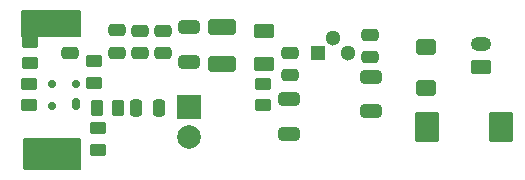
<source format=gbr>
%TF.GenerationSoftware,KiCad,Pcbnew,9.0.5*%
%TF.CreationDate,2025-10-22T19:19:07+02:00*%
%TF.ProjectId,Sonda Fetprobe,536f6e64-6120-4466-9574-70726f62652e,rev?*%
%TF.SameCoordinates,Original*%
%TF.FileFunction,Soldermask,Top*%
%TF.FilePolarity,Negative*%
%FSLAX46Y46*%
G04 Gerber Fmt 4.6, Leading zero omitted, Abs format (unit mm)*
G04 Created by KiCad (PCBNEW 9.0.5) date 2025-10-22 19:19:07*
%MOMM*%
%LPD*%
G01*
G04 APERTURE LIST*
G04 Aperture macros list*
%AMRoundRect*
0 Rectangle with rounded corners*
0 $1 Rounding radius*
0 $2 $3 $4 $5 $6 $7 $8 $9 X,Y pos of 4 corners*
0 Add a 4 corners polygon primitive as box body*
4,1,4,$2,$3,$4,$5,$6,$7,$8,$9,$2,$3,0*
0 Add four circle primitives for the rounded corners*
1,1,$1+$1,$2,$3*
1,1,$1+$1,$4,$5*
1,1,$1+$1,$6,$7*
1,1,$1+$1,$8,$9*
0 Add four rect primitives between the rounded corners*
20,1,$1+$1,$2,$3,$4,$5,0*
20,1,$1+$1,$4,$5,$6,$7,0*
20,1,$1+$1,$6,$7,$8,$9,0*
20,1,$1+$1,$8,$9,$2,$3,0*%
G04 Aperture macros list end*
%ADD10RoundRect,0.250000X-0.450000X0.262500X-0.450000X-0.262500X0.450000X-0.262500X0.450000X0.262500X0*%
%ADD11RoundRect,0.250000X0.475000X-0.250000X0.475000X0.250000X-0.475000X0.250000X-0.475000X-0.250000X0*%
%ADD12RoundRect,0.250000X0.925000X-0.412500X0.925000X0.412500X-0.925000X0.412500X-0.925000X-0.412500X0*%
%ADD13RoundRect,0.250000X-0.650000X0.325000X-0.650000X-0.325000X0.650000X-0.325000X0.650000X0.325000X0*%
%ADD14R,1.300000X1.300000*%
%ADD15C,1.300000*%
%ADD16RoundRect,0.250000X-0.625000X0.375000X-0.625000X-0.375000X0.625000X-0.375000X0.625000X0.375000X0*%
%ADD17RoundRect,0.250000X0.450000X-0.262500X0.450000X0.262500X-0.450000X0.262500X-0.450000X-0.262500X0*%
%ADD18RoundRect,0.250000X0.625000X-0.350000X0.625000X0.350000X-0.625000X0.350000X-0.625000X-0.350000X0*%
%ADD19O,1.750000X1.200000*%
%ADD20RoundRect,0.175000X0.175000X0.325000X-0.175000X0.325000X-0.175000X-0.325000X0.175000X-0.325000X0*%
%ADD21RoundRect,0.150000X0.200000X0.150000X-0.200000X0.150000X-0.200000X-0.150000X0.200000X-0.150000X0*%
%ADD22RoundRect,0.250000X-0.262500X-0.450000X0.262500X-0.450000X0.262500X0.450000X-0.262500X0.450000X0*%
%ADD23R,2.000000X2.000000*%
%ADD24C,2.000000*%
%ADD25RoundRect,0.250000X0.600000X-0.400000X0.600000X0.400000X-0.600000X0.400000X-0.600000X-0.400000X0*%
%ADD26RoundRect,0.250000X-0.787500X-1.025000X0.787500X-1.025000X0.787500X1.025000X-0.787500X1.025000X0*%
%ADD27RoundRect,0.250000X-0.250000X-0.475000X0.250000X-0.475000X0.250000X0.475000X-0.250000X0.475000X0*%
%ADD28RoundRect,0.250000X0.650000X-0.325000X0.650000X0.325000X-0.650000X0.325000X-0.650000X-0.325000X0*%
G04 APERTURE END LIST*
D10*
%TO.C,R2*%
X128700000Y-86887500D03*
X128700000Y-88712500D03*
%TD*%
D11*
%TO.C,C13*%
X138120000Y-84270000D03*
X138120000Y-82370000D03*
%TD*%
D12*
%TO.C,C15*%
X145030000Y-85167500D03*
X145030000Y-82092500D03*
%TD*%
D13*
%TO.C,C10*%
X157630000Y-86275000D03*
X157630000Y-89225000D03*
%TD*%
D14*
%TO.C,U1*%
X153200000Y-84290000D03*
D15*
X154470000Y-83020000D03*
X155740000Y-84290000D03*
%TD*%
D11*
%TO.C,C5*%
X140080000Y-84270000D03*
X140080000Y-82370000D03*
%TD*%
%TO.C,C6*%
X136150000Y-84260000D03*
X136150000Y-82360000D03*
%TD*%
%TO.C,C9*%
X157600000Y-84650000D03*
X157600000Y-82750000D03*
%TD*%
D16*
%TO.C,D1*%
X148600000Y-82400000D03*
X148600000Y-85200000D03*
%TD*%
D17*
%TO.C,R5*%
X148500000Y-88712500D03*
X148500000Y-86887500D03*
%TD*%
D11*
%TO.C,C2*%
X132200000Y-84250000D03*
X132200000Y-82350000D03*
%TD*%
D18*
%TO.C,J2*%
X166950000Y-85500000D03*
D19*
X166950000Y-83500000D03*
%TD*%
D10*
%TO.C,R1*%
X128740000Y-83317500D03*
X128740000Y-85142500D03*
%TD*%
%TO.C,R3*%
X134220000Y-84947500D03*
X134220000Y-86772500D03*
%TD*%
D20*
%TO.C,Q1*%
X132651250Y-88600000D03*
D21*
X132651250Y-86900000D03*
X130651250Y-86900000D03*
X130651250Y-88800000D03*
%TD*%
D11*
%TO.C,C12*%
X150800000Y-86150000D03*
X150800000Y-84250000D03*
%TD*%
D22*
%TO.C,R6*%
X134427500Y-88900000D03*
X136252500Y-88900000D03*
%TD*%
D23*
%TO.C,J1*%
X142280000Y-88850000D03*
D24*
X142280000Y-91390000D03*
%TD*%
D25*
%TO.C,D2*%
X162300000Y-87250000D03*
X162300000Y-83750000D03*
%TD*%
D26*
%TO.C,C14*%
X162407500Y-90550000D03*
X168632500Y-90550000D03*
%TD*%
D27*
%TO.C,C8*%
X137780000Y-88920000D03*
X139680000Y-88920000D03*
%TD*%
D28*
%TO.C,C11*%
X142210000Y-85045000D03*
X142210000Y-82095000D03*
%TD*%
D13*
%TO.C,C7*%
X150700000Y-88165000D03*
X150700000Y-91115000D03*
%TD*%
D10*
%TO.C,R4*%
X134530000Y-90627500D03*
X134530000Y-92452500D03*
%TD*%
G36*
X133043039Y-80669685D02*
G01*
X133088794Y-80722489D01*
X133100000Y-80774000D01*
X133100000Y-82776000D01*
X133080315Y-82843039D01*
X133027511Y-82888794D01*
X132976000Y-82900000D01*
X128124000Y-82900000D01*
X128056961Y-82880315D01*
X128011206Y-82827511D01*
X128000000Y-82776000D01*
X128000000Y-80774000D01*
X128019685Y-80706961D01*
X128072489Y-80661206D01*
X128124000Y-80650000D01*
X132976000Y-80650000D01*
X133043039Y-80669685D01*
G37*
G36*
X133043039Y-91519685D02*
G01*
X133088794Y-91572489D01*
X133100000Y-91624000D01*
X133100000Y-94026000D01*
X133080315Y-94093039D01*
X133027511Y-94138794D01*
X132976000Y-94150000D01*
X128324000Y-94150000D01*
X128256961Y-94130315D01*
X128211206Y-94077511D01*
X128200000Y-94026000D01*
X128200000Y-91624000D01*
X128219685Y-91556961D01*
X128272489Y-91511206D01*
X128324000Y-91500000D01*
X132976000Y-91500000D01*
X133043039Y-91519685D01*
G37*
M02*

</source>
